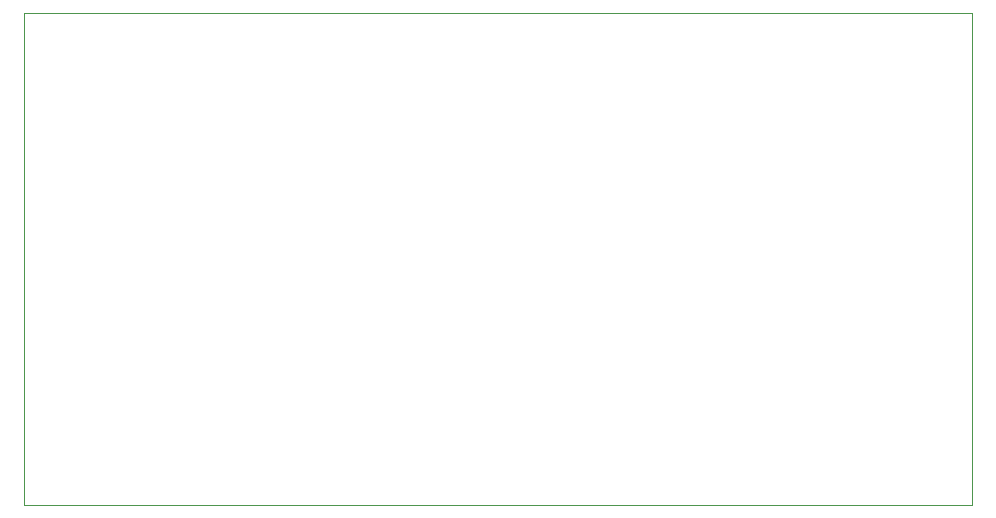
<source format=gm1>
G04 #@! TF.GenerationSoftware,KiCad,Pcbnew,5.1.9-73d0e3b20d~88~ubuntu20.04.1*
G04 #@! TF.CreationDate,2021-01-03T21:21:44+01:00*
G04 #@! TF.ProjectId,test,74657374-2e6b-4696-9361-645f70636258,rev?*
G04 #@! TF.SameCoordinates,Original*
G04 #@! TF.FileFunction,Profile,NP*
%FSLAX46Y46*%
G04 Gerber Fmt 4.6, Leading zero omitted, Abs format (unit mm)*
G04 Created by KiCad (PCBNEW 5.1.9-73d0e3b20d~88~ubuntu20.04.1) date 2021-01-03 21:21:44*
%MOMM*%
%LPD*%
G01*
G04 APERTURE LIST*
G04 #@! TA.AperFunction,Profile*
%ADD10C,0.100000*%
G04 #@! TD*
G04 APERTURE END LIST*
D10*
X158496000Y-80010000D02*
X78232000Y-80010000D01*
X158496000Y-121666000D02*
X158496000Y-80010000D01*
X78232000Y-121666000D02*
X158496000Y-121666000D01*
X78232000Y-80010000D02*
X78232000Y-121666000D01*
M02*

</source>
